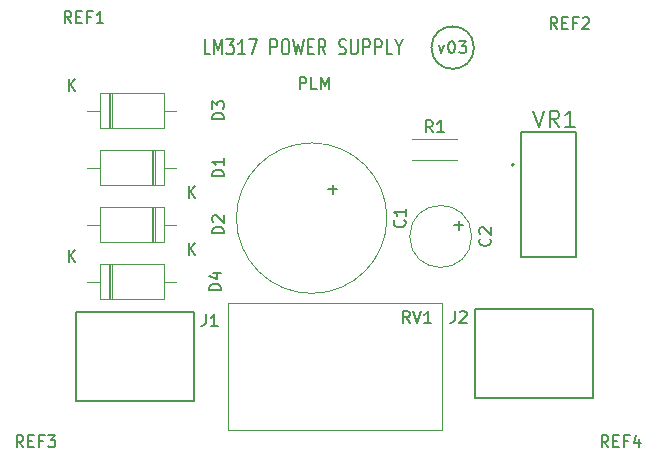
<source format=gbr>
G04 #@! TF.GenerationSoftware,KiCad,Pcbnew,(6.0.10)*
G04 #@! TF.CreationDate,2023-01-07T11:35:55+08:00*
G04 #@! TF.ProjectId,LM317 Power Supply,4c4d3331-3720-4506-9f77-657220537570,V01*
G04 #@! TF.SameCoordinates,Original*
G04 #@! TF.FileFunction,Legend,Top*
G04 #@! TF.FilePolarity,Positive*
%FSLAX46Y46*%
G04 Gerber Fmt 4.6, Leading zero omitted, Abs format (unit mm)*
G04 Created by KiCad (PCBNEW (6.0.10)) date 2023-01-07 11:35:55*
%MOMM*%
%LPD*%
G01*
G04 APERTURE LIST*
%ADD10C,0.150000*%
%ADD11C,0.127000*%
%ADD12C,0.200000*%
%ADD13C,0.120000*%
G04 APERTURE END LIST*
D10*
X139731904Y-84780380D02*
X139731904Y-83780380D01*
X140112857Y-83780380D01*
X140208095Y-83828000D01*
X140255714Y-83875619D01*
X140303333Y-83970857D01*
X140303333Y-84113714D01*
X140255714Y-84208952D01*
X140208095Y-84256571D01*
X140112857Y-84304190D01*
X139731904Y-84304190D01*
X141208095Y-84780380D02*
X140731904Y-84780380D01*
X140731904Y-83780380D01*
X141541428Y-84780380D02*
X141541428Y-83780380D01*
X141874761Y-84494666D01*
X142208095Y-83780380D01*
X142208095Y-84780380D01*
X152821047Y-96337428D02*
X153582952Y-96337428D01*
X153202000Y-96718380D02*
X153202000Y-95956476D01*
X142153047Y-93289428D02*
X142914952Y-93289428D01*
X142534000Y-93670380D02*
X142534000Y-92908476D01*
X151503523Y-81065714D02*
X151741619Y-81732380D01*
X151979714Y-81065714D01*
X152551142Y-80732380D02*
X152646380Y-80732380D01*
X152741619Y-80780000D01*
X152789238Y-80827619D01*
X152836857Y-80922857D01*
X152884476Y-81113333D01*
X152884476Y-81351428D01*
X152836857Y-81541904D01*
X152789238Y-81637142D01*
X152741619Y-81684761D01*
X152646380Y-81732380D01*
X152551142Y-81732380D01*
X152455904Y-81684761D01*
X152408285Y-81637142D01*
X152360666Y-81541904D01*
X152313047Y-81351428D01*
X152313047Y-81113333D01*
X152360666Y-80922857D01*
X152408285Y-80827619D01*
X152455904Y-80780000D01*
X152551142Y-80732380D01*
X153217809Y-80732380D02*
X153836857Y-80732380D01*
X153503523Y-81113333D01*
X153646380Y-81113333D01*
X153741619Y-81160952D01*
X153789238Y-81208571D01*
X153836857Y-81303809D01*
X153836857Y-81541904D01*
X153789238Y-81637142D01*
X153741619Y-81684761D01*
X153646380Y-81732380D01*
X153360666Y-81732380D01*
X153265428Y-81684761D01*
X153217809Y-81637142D01*
X154490051Y-81280000D02*
G75*
G03*
X154490051Y-81280000I-1796051J0D01*
G01*
X132160666Y-81854523D02*
X131684476Y-81854523D01*
X131684476Y-80584523D01*
X132494000Y-81854523D02*
X132494000Y-80584523D01*
X132827333Y-81491666D01*
X133160666Y-80584523D01*
X133160666Y-81854523D01*
X133541619Y-80584523D02*
X134160666Y-80584523D01*
X133827333Y-81068333D01*
X133970190Y-81068333D01*
X134065428Y-81128809D01*
X134113047Y-81189285D01*
X134160666Y-81310238D01*
X134160666Y-81612619D01*
X134113047Y-81733571D01*
X134065428Y-81794047D01*
X133970190Y-81854523D01*
X133684476Y-81854523D01*
X133589238Y-81794047D01*
X133541619Y-81733571D01*
X135113047Y-81854523D02*
X134541619Y-81854523D01*
X134827333Y-81854523D02*
X134827333Y-80584523D01*
X134732095Y-80765952D01*
X134636857Y-80886904D01*
X134541619Y-80947380D01*
X135446380Y-80584523D02*
X136113047Y-80584523D01*
X135684476Y-81854523D01*
X137255904Y-81854523D02*
X137255904Y-80584523D01*
X137636857Y-80584523D01*
X137732095Y-80645000D01*
X137779714Y-80705476D01*
X137827333Y-80826428D01*
X137827333Y-81007857D01*
X137779714Y-81128809D01*
X137732095Y-81189285D01*
X137636857Y-81249761D01*
X137255904Y-81249761D01*
X138446380Y-80584523D02*
X138636857Y-80584523D01*
X138732095Y-80645000D01*
X138827333Y-80765952D01*
X138874952Y-81007857D01*
X138874952Y-81431190D01*
X138827333Y-81673095D01*
X138732095Y-81794047D01*
X138636857Y-81854523D01*
X138446380Y-81854523D01*
X138351142Y-81794047D01*
X138255904Y-81673095D01*
X138208285Y-81431190D01*
X138208285Y-81007857D01*
X138255904Y-80765952D01*
X138351142Y-80645000D01*
X138446380Y-80584523D01*
X139208285Y-80584523D02*
X139446380Y-81854523D01*
X139636857Y-80947380D01*
X139827333Y-81854523D01*
X140065428Y-80584523D01*
X140446380Y-81189285D02*
X140779714Y-81189285D01*
X140922571Y-81854523D02*
X140446380Y-81854523D01*
X140446380Y-80584523D01*
X140922571Y-80584523D01*
X141922571Y-81854523D02*
X141589238Y-81249761D01*
X141351142Y-81854523D02*
X141351142Y-80584523D01*
X141732095Y-80584523D01*
X141827333Y-80645000D01*
X141874952Y-80705476D01*
X141922571Y-80826428D01*
X141922571Y-81007857D01*
X141874952Y-81128809D01*
X141827333Y-81189285D01*
X141732095Y-81249761D01*
X141351142Y-81249761D01*
X143065428Y-81794047D02*
X143208285Y-81854523D01*
X143446380Y-81854523D01*
X143541619Y-81794047D01*
X143589238Y-81733571D01*
X143636857Y-81612619D01*
X143636857Y-81491666D01*
X143589238Y-81370714D01*
X143541619Y-81310238D01*
X143446380Y-81249761D01*
X143255904Y-81189285D01*
X143160666Y-81128809D01*
X143113047Y-81068333D01*
X143065428Y-80947380D01*
X143065428Y-80826428D01*
X143113047Y-80705476D01*
X143160666Y-80645000D01*
X143255904Y-80584523D01*
X143494000Y-80584523D01*
X143636857Y-80645000D01*
X144065428Y-80584523D02*
X144065428Y-81612619D01*
X144113047Y-81733571D01*
X144160666Y-81794047D01*
X144255904Y-81854523D01*
X144446380Y-81854523D01*
X144541619Y-81794047D01*
X144589238Y-81733571D01*
X144636857Y-81612619D01*
X144636857Y-80584523D01*
X145113047Y-81854523D02*
X145113047Y-80584523D01*
X145494000Y-80584523D01*
X145589238Y-80645000D01*
X145636857Y-80705476D01*
X145684476Y-80826428D01*
X145684476Y-81007857D01*
X145636857Y-81128809D01*
X145589238Y-81189285D01*
X145494000Y-81249761D01*
X145113047Y-81249761D01*
X146113047Y-81854523D02*
X146113047Y-80584523D01*
X146494000Y-80584523D01*
X146589238Y-80645000D01*
X146636857Y-80705476D01*
X146684476Y-80826428D01*
X146684476Y-81007857D01*
X146636857Y-81128809D01*
X146589238Y-81189285D01*
X146494000Y-81249761D01*
X146113047Y-81249761D01*
X147589238Y-81854523D02*
X147113047Y-81854523D01*
X147113047Y-80584523D01*
X148113047Y-81249761D02*
X148113047Y-81854523D01*
X147779714Y-80584523D02*
X148113047Y-81249761D01*
X148446380Y-80584523D01*
G04 #@! TO.C,REF4*
X165870380Y-115108380D02*
X165537047Y-114632190D01*
X165298952Y-115108380D02*
X165298952Y-114108380D01*
X165679904Y-114108380D01*
X165775142Y-114156000D01*
X165822761Y-114203619D01*
X165870380Y-114298857D01*
X165870380Y-114441714D01*
X165822761Y-114536952D01*
X165775142Y-114584571D01*
X165679904Y-114632190D01*
X165298952Y-114632190D01*
X166298952Y-114584571D02*
X166632285Y-114584571D01*
X166775142Y-115108380D02*
X166298952Y-115108380D01*
X166298952Y-114108380D01*
X166775142Y-114108380D01*
X167537047Y-114584571D02*
X167203714Y-114584571D01*
X167203714Y-115108380D02*
X167203714Y-114108380D01*
X167679904Y-114108380D01*
X168489428Y-114441714D02*
X168489428Y-115108380D01*
X168251333Y-114060761D02*
X168013238Y-114775047D01*
X168632285Y-114775047D01*
G04 #@! TO.C,REF3*
X116340380Y-115108380D02*
X116007047Y-114632190D01*
X115768952Y-115108380D02*
X115768952Y-114108380D01*
X116149904Y-114108380D01*
X116245142Y-114156000D01*
X116292761Y-114203619D01*
X116340380Y-114298857D01*
X116340380Y-114441714D01*
X116292761Y-114536952D01*
X116245142Y-114584571D01*
X116149904Y-114632190D01*
X115768952Y-114632190D01*
X116768952Y-114584571D02*
X117102285Y-114584571D01*
X117245142Y-115108380D02*
X116768952Y-115108380D01*
X116768952Y-114108380D01*
X117245142Y-114108380D01*
X118007047Y-114584571D02*
X117673714Y-114584571D01*
X117673714Y-115108380D02*
X117673714Y-114108380D01*
X118149904Y-114108380D01*
X118435619Y-114108380D02*
X119054666Y-114108380D01*
X118721333Y-114489333D01*
X118864190Y-114489333D01*
X118959428Y-114536952D01*
X119007047Y-114584571D01*
X119054666Y-114679809D01*
X119054666Y-114917904D01*
X119007047Y-115013142D01*
X118959428Y-115060761D01*
X118864190Y-115108380D01*
X118578476Y-115108380D01*
X118483238Y-115060761D01*
X118435619Y-115013142D01*
G04 #@! TO.C,REF1*
X120404380Y-79192380D02*
X120071047Y-78716190D01*
X119832952Y-79192380D02*
X119832952Y-78192380D01*
X120213904Y-78192380D01*
X120309142Y-78240000D01*
X120356761Y-78287619D01*
X120404380Y-78382857D01*
X120404380Y-78525714D01*
X120356761Y-78620952D01*
X120309142Y-78668571D01*
X120213904Y-78716190D01*
X119832952Y-78716190D01*
X120832952Y-78668571D02*
X121166285Y-78668571D01*
X121309142Y-79192380D02*
X120832952Y-79192380D01*
X120832952Y-78192380D01*
X121309142Y-78192380D01*
X122071047Y-78668571D02*
X121737714Y-78668571D01*
X121737714Y-79192380D02*
X121737714Y-78192380D01*
X122213904Y-78192380D01*
X123118666Y-79192380D02*
X122547238Y-79192380D01*
X122832952Y-79192380D02*
X122832952Y-78192380D01*
X122737714Y-78335238D01*
X122642476Y-78430476D01*
X122547238Y-78478095D01*
G04 #@! TO.C,REF2*
X161552380Y-79700380D02*
X161219047Y-79224190D01*
X160980952Y-79700380D02*
X160980952Y-78700380D01*
X161361904Y-78700380D01*
X161457142Y-78748000D01*
X161504761Y-78795619D01*
X161552380Y-78890857D01*
X161552380Y-79033714D01*
X161504761Y-79128952D01*
X161457142Y-79176571D01*
X161361904Y-79224190D01*
X160980952Y-79224190D01*
X161980952Y-79176571D02*
X162314285Y-79176571D01*
X162457142Y-79700380D02*
X161980952Y-79700380D01*
X161980952Y-78700380D01*
X162457142Y-78700380D01*
X163219047Y-79176571D02*
X162885714Y-79176571D01*
X162885714Y-79700380D02*
X162885714Y-78700380D01*
X163361904Y-78700380D01*
X163695238Y-78795619D02*
X163742857Y-78748000D01*
X163838095Y-78700380D01*
X164076190Y-78700380D01*
X164171428Y-78748000D01*
X164219047Y-78795619D01*
X164266666Y-78890857D01*
X164266666Y-78986095D01*
X164219047Y-79128952D01*
X163647619Y-79700380D01*
X164266666Y-79700380D01*
G04 #@! TO.C,VR1*
X159496666Y-86609333D02*
X159963333Y-88009333D01*
X160430000Y-86609333D01*
X161696666Y-88009333D02*
X161230000Y-87342666D01*
X160896666Y-88009333D02*
X160896666Y-86609333D01*
X161430000Y-86609333D01*
X161563333Y-86676000D01*
X161630000Y-86742666D01*
X161696666Y-86876000D01*
X161696666Y-87076000D01*
X161630000Y-87209333D01*
X161563333Y-87276000D01*
X161430000Y-87342666D01*
X160896666Y-87342666D01*
X163030000Y-88009333D02*
X162230000Y-88009333D01*
X162630000Y-88009333D02*
X162630000Y-86609333D01*
X162496666Y-86809333D01*
X162363333Y-86942666D01*
X162230000Y-87009333D01*
G04 #@! TO.C,C2*
X155845142Y-97448666D02*
X155892761Y-97496285D01*
X155940380Y-97639142D01*
X155940380Y-97734380D01*
X155892761Y-97877238D01*
X155797523Y-97972476D01*
X155702285Y-98020095D01*
X155511809Y-98067714D01*
X155368952Y-98067714D01*
X155178476Y-98020095D01*
X155083238Y-97972476D01*
X154988000Y-97877238D01*
X154940380Y-97734380D01*
X154940380Y-97639142D01*
X154988000Y-97496285D01*
X155035619Y-97448666D01*
X155035619Y-97067714D02*
X154988000Y-97020095D01*
X154940380Y-96924857D01*
X154940380Y-96686761D01*
X154988000Y-96591523D01*
X155035619Y-96543904D01*
X155130857Y-96496285D01*
X155226095Y-96496285D01*
X155368952Y-96543904D01*
X155940380Y-97115333D01*
X155940380Y-96496285D01*
G04 #@! TO.C,RV1*
X149050761Y-104592380D02*
X148717428Y-104116190D01*
X148479333Y-104592380D02*
X148479333Y-103592380D01*
X148860285Y-103592380D01*
X148955523Y-103640000D01*
X149003142Y-103687619D01*
X149050761Y-103782857D01*
X149050761Y-103925714D01*
X149003142Y-104020952D01*
X148955523Y-104068571D01*
X148860285Y-104116190D01*
X148479333Y-104116190D01*
X149336476Y-103592380D02*
X149669809Y-104592380D01*
X150003142Y-103592380D01*
X150860285Y-104592380D02*
X150288857Y-104592380D01*
X150574571Y-104592380D02*
X150574571Y-103592380D01*
X150479333Y-103735238D01*
X150384095Y-103830476D01*
X150288857Y-103878095D01*
G04 #@! TO.C,R1*
X151003333Y-88448380D02*
X150670000Y-87972190D01*
X150431904Y-88448380D02*
X150431904Y-87448380D01*
X150812857Y-87448380D01*
X150908095Y-87496000D01*
X150955714Y-87543619D01*
X151003333Y-87638857D01*
X151003333Y-87781714D01*
X150955714Y-87876952D01*
X150908095Y-87924571D01*
X150812857Y-87972190D01*
X150431904Y-87972190D01*
X151955714Y-88448380D02*
X151384285Y-88448380D01*
X151670000Y-88448380D02*
X151670000Y-87448380D01*
X151574761Y-87591238D01*
X151479523Y-87686476D01*
X151384285Y-87734095D01*
G04 #@! TO.C,J2*
X152868666Y-103592380D02*
X152868666Y-104306666D01*
X152821047Y-104449523D01*
X152725809Y-104544761D01*
X152582952Y-104592380D01*
X152487714Y-104592380D01*
X153297238Y-103687619D02*
X153344857Y-103640000D01*
X153440095Y-103592380D01*
X153678190Y-103592380D01*
X153773428Y-103640000D01*
X153821047Y-103687619D01*
X153868666Y-103782857D01*
X153868666Y-103878095D01*
X153821047Y-104020952D01*
X153249619Y-104592380D01*
X153868666Y-104592380D01*
G04 #@! TO.C,J1*
X131786666Y-103846380D02*
X131786666Y-104560666D01*
X131739047Y-104703523D01*
X131643809Y-104798761D01*
X131500952Y-104846380D01*
X131405714Y-104846380D01*
X132786666Y-104846380D02*
X132215238Y-104846380D01*
X132500952Y-104846380D02*
X132500952Y-103846380D01*
X132405714Y-103989238D01*
X132310476Y-104084476D01*
X132215238Y-104132095D01*
G04 #@! TO.C,D4*
X133080380Y-101830095D02*
X132080380Y-101830095D01*
X132080380Y-101592000D01*
X132128000Y-101449142D01*
X132223238Y-101353904D01*
X132318476Y-101306285D01*
X132508952Y-101258666D01*
X132651809Y-101258666D01*
X132842285Y-101306285D01*
X132937523Y-101353904D01*
X133032761Y-101449142D01*
X133080380Y-101592000D01*
X133080380Y-101830095D01*
X132413714Y-100401523D02*
X133080380Y-100401523D01*
X132032761Y-100639619D02*
X132747047Y-100877714D01*
X132747047Y-100258666D01*
X120174095Y-99444380D02*
X120174095Y-98444380D01*
X120745523Y-99444380D02*
X120316952Y-98872952D01*
X120745523Y-98444380D02*
X120174095Y-99015809D01*
G04 #@! TO.C,D3*
X133334380Y-87352095D02*
X132334380Y-87352095D01*
X132334380Y-87114000D01*
X132382000Y-86971142D01*
X132477238Y-86875904D01*
X132572476Y-86828285D01*
X132762952Y-86780666D01*
X132905809Y-86780666D01*
X133096285Y-86828285D01*
X133191523Y-86875904D01*
X133286761Y-86971142D01*
X133334380Y-87114000D01*
X133334380Y-87352095D01*
X132334380Y-86447333D02*
X132334380Y-85828285D01*
X132715333Y-86161619D01*
X132715333Y-86018761D01*
X132762952Y-85923523D01*
X132810571Y-85875904D01*
X132905809Y-85828285D01*
X133143904Y-85828285D01*
X133239142Y-85875904D01*
X133286761Y-85923523D01*
X133334380Y-86018761D01*
X133334380Y-86304476D01*
X133286761Y-86399714D01*
X133239142Y-86447333D01*
X120174095Y-84966380D02*
X120174095Y-83966380D01*
X120745523Y-84966380D02*
X120316952Y-84394952D01*
X120745523Y-83966380D02*
X120174095Y-84537809D01*
G04 #@! TO.C,D2*
X133334380Y-97004095D02*
X132334380Y-97004095D01*
X132334380Y-96766000D01*
X132382000Y-96623142D01*
X132477238Y-96527904D01*
X132572476Y-96480285D01*
X132762952Y-96432666D01*
X132905809Y-96432666D01*
X133096285Y-96480285D01*
X133191523Y-96527904D01*
X133286761Y-96623142D01*
X133334380Y-96766000D01*
X133334380Y-97004095D01*
X132429619Y-96051714D02*
X132382000Y-96004095D01*
X132334380Y-95908857D01*
X132334380Y-95670761D01*
X132382000Y-95575523D01*
X132429619Y-95527904D01*
X132524857Y-95480285D01*
X132620095Y-95480285D01*
X132762952Y-95527904D01*
X133334380Y-96099333D01*
X133334380Y-95480285D01*
X130334095Y-98818380D02*
X130334095Y-97818380D01*
X130905523Y-98818380D02*
X130476952Y-98246952D01*
X130905523Y-97818380D02*
X130334095Y-98389809D01*
G04 #@! TO.C,D1*
X133334380Y-92178095D02*
X132334380Y-92178095D01*
X132334380Y-91940000D01*
X132382000Y-91797142D01*
X132477238Y-91701904D01*
X132572476Y-91654285D01*
X132762952Y-91606666D01*
X132905809Y-91606666D01*
X133096285Y-91654285D01*
X133191523Y-91701904D01*
X133286761Y-91797142D01*
X133334380Y-91940000D01*
X133334380Y-92178095D01*
X133334380Y-90654285D02*
X133334380Y-91225714D01*
X133334380Y-90940000D02*
X132334380Y-90940000D01*
X132477238Y-91035238D01*
X132572476Y-91130476D01*
X132620095Y-91225714D01*
X130334095Y-93992380D02*
X130334095Y-92992380D01*
X130905523Y-93992380D02*
X130476952Y-93420952D01*
X130905523Y-92992380D02*
X130334095Y-93563809D01*
G04 #@! TO.C,C1*
X148613142Y-95884666D02*
X148660761Y-95932285D01*
X148708380Y-96075142D01*
X148708380Y-96170380D01*
X148660761Y-96313238D01*
X148565523Y-96408476D01*
X148470285Y-96456095D01*
X148279809Y-96503714D01*
X148136952Y-96503714D01*
X147946476Y-96456095D01*
X147851238Y-96408476D01*
X147756000Y-96313238D01*
X147708380Y-96170380D01*
X147708380Y-96075142D01*
X147756000Y-95932285D01*
X147803619Y-95884666D01*
X148708380Y-94932285D02*
X148708380Y-95503714D01*
X148708380Y-95218000D02*
X147708380Y-95218000D01*
X147851238Y-95313238D01*
X147946476Y-95408476D01*
X147994095Y-95503714D01*
D11*
G04 #@! TO.C,VR1*
X163174000Y-88456000D02*
X158474000Y-88456000D01*
X158474000Y-88456000D02*
X158474000Y-98996000D01*
X158474000Y-98996000D02*
X163174000Y-98996000D01*
X163174000Y-98996000D02*
X163174000Y-88456000D01*
D12*
X157874000Y-91186000D02*
G75*
G03*
X157874000Y-91186000I-100000J0D01*
G01*
D13*
G04 #@! TO.C,C2*
X154298000Y-97266000D02*
G75*
G03*
X154298000Y-97266000I-2620000J0D01*
G01*
G04 #@! TO.C,RV1*
X151778000Y-102908000D02*
X133638000Y-102908000D01*
X151778000Y-102908000D02*
X151778000Y-113648000D01*
X133638000Y-102908000D02*
X133638000Y-113648000D01*
X151778000Y-113648000D02*
X133638000Y-113648000D01*
G04 #@! TO.C,R1*
X149250000Y-88996000D02*
X153090000Y-88996000D01*
X149250000Y-90836000D02*
X153090000Y-90836000D01*
D11*
G04 #@! TO.C,J2*
X164552000Y-110942000D02*
X154552000Y-110942000D01*
X154552000Y-110942000D02*
X154552000Y-103442000D01*
X154552000Y-103442000D02*
X164552000Y-103442000D01*
X164552000Y-103442000D02*
X164552000Y-110942000D01*
G04 #@! TO.C,J1*
X130770000Y-103696000D02*
X130770000Y-111196000D01*
X120770000Y-103696000D02*
X130770000Y-103696000D01*
X120770000Y-111196000D02*
X120770000Y-103696000D01*
X130770000Y-111196000D02*
X120770000Y-111196000D01*
D13*
G04 #@! TO.C,D4*
X123696000Y-99622000D02*
X123696000Y-102562000D01*
X123816000Y-99622000D02*
X123816000Y-102562000D01*
X122796000Y-102562000D02*
X128236000Y-102562000D01*
X129256000Y-101092000D02*
X128236000Y-101092000D01*
X122796000Y-99622000D02*
X122796000Y-102562000D01*
X123576000Y-99622000D02*
X123576000Y-102562000D01*
X128236000Y-102562000D02*
X128236000Y-99622000D01*
X121776000Y-101092000D02*
X122796000Y-101092000D01*
X128236000Y-99622000D02*
X122796000Y-99622000D01*
G04 #@! TO.C,D3*
X128236000Y-85144000D02*
X122796000Y-85144000D01*
X121776000Y-86614000D02*
X122796000Y-86614000D01*
X128236000Y-88084000D02*
X128236000Y-85144000D01*
X123576000Y-85144000D02*
X123576000Y-88084000D01*
X122796000Y-85144000D02*
X122796000Y-88084000D01*
X129256000Y-86614000D02*
X128236000Y-86614000D01*
X122796000Y-88084000D02*
X128236000Y-88084000D01*
X123816000Y-85144000D02*
X123816000Y-88084000D01*
X123696000Y-85144000D02*
X123696000Y-88084000D01*
G04 #@! TO.C,D2*
X122796000Y-97736000D02*
X128236000Y-97736000D01*
X129256000Y-96266000D02*
X128236000Y-96266000D01*
X122796000Y-94796000D02*
X122796000Y-97736000D01*
X127456000Y-97736000D02*
X127456000Y-94796000D01*
X128236000Y-97736000D02*
X128236000Y-94796000D01*
X121776000Y-96266000D02*
X122796000Y-96266000D01*
X128236000Y-94796000D02*
X122796000Y-94796000D01*
X127216000Y-97736000D02*
X127216000Y-94796000D01*
X127336000Y-97736000D02*
X127336000Y-94796000D01*
G04 #@! TO.C,D1*
X122796000Y-92910000D02*
X128236000Y-92910000D01*
X129256000Y-91440000D02*
X128236000Y-91440000D01*
X122796000Y-89970000D02*
X122796000Y-92910000D01*
X127456000Y-92910000D02*
X127456000Y-89970000D01*
X128236000Y-92910000D02*
X128236000Y-89970000D01*
X121776000Y-91440000D02*
X122796000Y-91440000D01*
X128236000Y-89970000D02*
X122796000Y-89970000D01*
X127216000Y-92910000D02*
X127216000Y-89970000D01*
X127336000Y-92910000D02*
X127336000Y-89970000D01*
G04 #@! TO.C,C1*
X147126000Y-95718000D02*
G75*
G03*
X147126000Y-95718000I-6370000J0D01*
G01*
G04 #@! TD*
M02*

</source>
